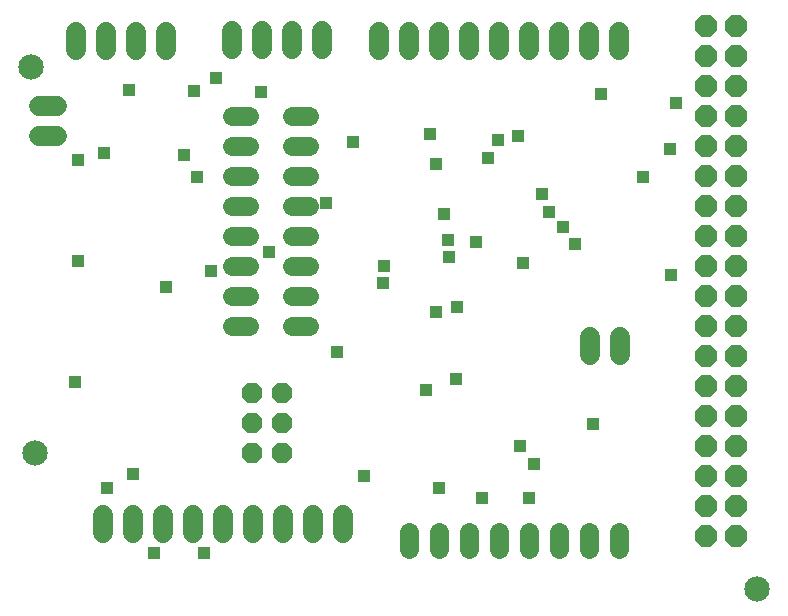
<source format=gbs>
G75*
%MOIN*%
%OFA0B0*%
%FSLAX24Y24*%
%IPPOS*%
%LPD*%
%AMOC8*
5,1,8,0,0,1.08239X$1,22.5*
%
%ADD10C,0.0847*%
%ADD11OC8,0.0720*%
%ADD12C,0.0620*%
%ADD13C,0.0660*%
%ADD14OC8,0.0670*%
%ADD15R,0.0436X0.0436*%
D10*
X001809Y006109D03*
X001704Y018989D03*
X025889Y001594D03*
D11*
X025204Y003353D03*
X024204Y003353D03*
X024204Y004353D03*
X025204Y004353D03*
X025204Y005353D03*
X024204Y005353D03*
X024204Y006353D03*
X025204Y006353D03*
X025204Y007353D03*
X025204Y008353D03*
X024204Y008353D03*
X024204Y007353D03*
X024204Y009353D03*
X025204Y009353D03*
X025204Y010353D03*
X025204Y011353D03*
X024204Y011353D03*
X024204Y010353D03*
X024204Y012353D03*
X025204Y012353D03*
X025204Y013353D03*
X024204Y013353D03*
X024204Y014353D03*
X025204Y014353D03*
X025204Y015353D03*
X025204Y016353D03*
X024204Y016353D03*
X024204Y015353D03*
X024204Y017353D03*
X025204Y017353D03*
X025204Y018353D03*
X025204Y019353D03*
X024204Y019353D03*
X024204Y018353D03*
X024204Y020353D03*
X025204Y020353D03*
D12*
X010952Y017341D02*
X010392Y017341D01*
X010392Y016341D02*
X010952Y016341D01*
X010952Y015341D02*
X010392Y015341D01*
X010392Y014341D02*
X010952Y014341D01*
X010952Y013341D02*
X010392Y013341D01*
X010392Y012341D02*
X010952Y012341D01*
X010952Y011341D02*
X010392Y011341D01*
X010392Y010341D02*
X010952Y010341D01*
X008946Y010331D02*
X008386Y010331D01*
X008386Y011331D02*
X008946Y011331D01*
X008946Y012331D02*
X008386Y012331D01*
X008386Y013331D02*
X008946Y013331D01*
X008946Y014331D02*
X008386Y014331D01*
X008386Y015331D02*
X008946Y015331D01*
X008946Y016331D02*
X008386Y016331D01*
X008386Y017331D02*
X008946Y017331D01*
X014283Y003468D02*
X014283Y002908D01*
X015283Y002908D02*
X015283Y003468D01*
X016283Y003468D02*
X016283Y002908D01*
X017283Y002908D02*
X017283Y003468D01*
X018283Y003468D02*
X018283Y002908D01*
X019283Y002908D02*
X019283Y003468D01*
X020283Y003468D02*
X020283Y002908D01*
X021283Y002908D02*
X021283Y003468D01*
D13*
X004078Y003439D02*
X004078Y004039D01*
X005078Y004039D02*
X005078Y003439D01*
X006078Y003439D02*
X006078Y004039D01*
X007078Y004039D02*
X007078Y003439D01*
X008078Y003439D02*
X008078Y004039D01*
X009078Y004039D02*
X009078Y003439D01*
X010078Y003439D02*
X010078Y004039D01*
X011078Y004039D02*
X011078Y003439D01*
X012078Y003439D02*
X012078Y004039D01*
X020314Y009379D02*
X020314Y009979D01*
X021314Y009979D02*
X021314Y009379D01*
X021298Y019553D02*
X021298Y020153D01*
X020298Y020153D02*
X020298Y019553D01*
X019298Y019553D02*
X019298Y020153D01*
X018298Y020153D02*
X018298Y019553D01*
X017298Y019553D02*
X017298Y020153D01*
X016298Y020153D02*
X016298Y019553D01*
X015298Y019553D02*
X015298Y020153D01*
X014298Y020153D02*
X014298Y019553D01*
X013298Y019553D02*
X013298Y020153D01*
X011404Y020193D02*
X011404Y019593D01*
X010404Y019593D02*
X010404Y020193D01*
X009404Y020193D02*
X009404Y019593D01*
X008404Y019593D02*
X008404Y020193D01*
X006196Y020153D02*
X006196Y019553D01*
X005196Y019553D02*
X005196Y020153D01*
X004196Y020153D02*
X004196Y019553D01*
X003196Y019553D02*
X003196Y020153D01*
X002571Y017684D02*
X001971Y017684D01*
X001971Y016684D02*
X002571Y016684D01*
D14*
X009048Y008115D03*
X009048Y007115D03*
X010048Y007115D03*
X010048Y008115D03*
X010048Y006115D03*
X009048Y006115D03*
D15*
X012789Y005364D03*
X015298Y004944D03*
X016715Y004629D03*
X018290Y004629D03*
X018448Y005731D03*
X017975Y006361D03*
X020416Y007070D03*
X015849Y008566D03*
X014865Y008211D03*
X011873Y009471D03*
X013408Y011794D03*
X013448Y012345D03*
X015180Y010810D03*
X015889Y010967D03*
X015634Y012654D03*
X015574Y013211D03*
X015456Y014078D03*
X016514Y013164D03*
X018093Y012463D03*
X019407Y013650D03*
X018967Y014159D03*
X018723Y014739D03*
X016914Y015939D03*
X017244Y016539D03*
X017909Y016679D03*
X015179Y015759D03*
X014989Y016764D03*
X012414Y016489D03*
X011519Y014432D03*
X009629Y012818D03*
X007700Y012188D03*
X006204Y011637D03*
X003251Y012503D03*
X007227Y015298D03*
X006794Y016046D03*
X007109Y018172D03*
X007857Y018605D03*
X009353Y018133D03*
X004944Y018211D03*
X004117Y016125D03*
X003244Y015874D03*
X003164Y008489D03*
X005101Y005416D03*
X004235Y004944D03*
X005789Y002789D03*
X007464Y002789D03*
X019826Y013074D03*
X022089Y015314D03*
X022975Y016243D03*
X023172Y017778D03*
X020692Y018093D03*
X023022Y012045D03*
M02*

</source>
